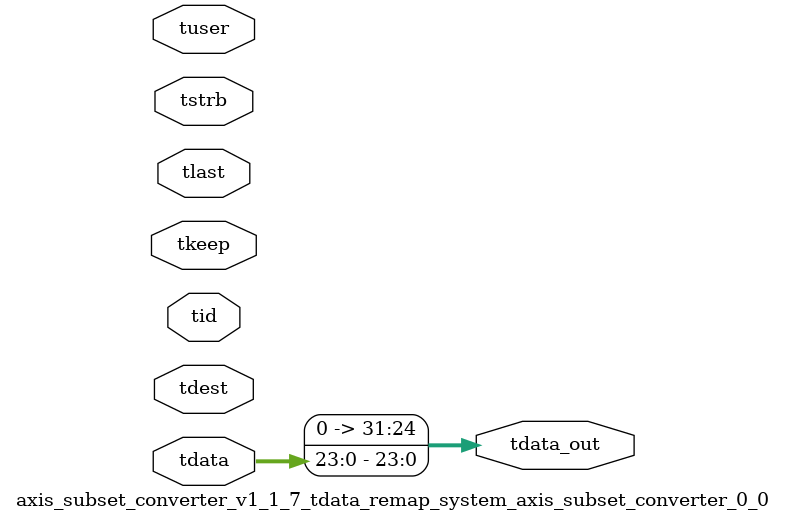
<source format=v>


`timescale 1ps/1ps

module axis_subset_converter_v1_1_7_tdata_remap_system_axis_subset_converter_0_0 #
(
parameter C_S_AXIS_TDATA_WIDTH = 32,
parameter C_S_AXIS_TUSER_WIDTH = 0,
parameter C_S_AXIS_TID_WIDTH   = 0,
parameter C_S_AXIS_TDEST_WIDTH = 0,
parameter C_M_AXIS_TDATA_WIDTH = 32
)
(
input  [(C_S_AXIS_TDATA_WIDTH == 0 ? 1 : C_S_AXIS_TDATA_WIDTH)-1:0     ] tdata,
input  [(C_S_AXIS_TUSER_WIDTH == 0 ? 1 : C_S_AXIS_TUSER_WIDTH)-1:0     ] tuser,
input  [(C_S_AXIS_TID_WIDTH   == 0 ? 1 : C_S_AXIS_TID_WIDTH)-1:0       ] tid,
input  [(C_S_AXIS_TDEST_WIDTH == 0 ? 1 : C_S_AXIS_TDEST_WIDTH)-1:0     ] tdest,
input  [(C_S_AXIS_TDATA_WIDTH/8)-1:0 ] tkeep,
input  [(C_S_AXIS_TDATA_WIDTH/8)-1:0 ] tstrb,
input                                                                    tlast,
output [C_M_AXIS_TDATA_WIDTH-1:0] tdata_out
);

assign tdata_out = {tdata[23:16],tdata[15:8],tdata[7:0]};

endmodule


</source>
